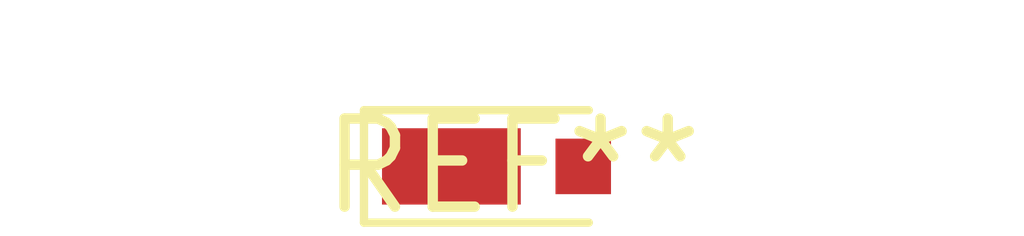
<source format=kicad_pcb>
(kicad_pcb (version 20240108) (generator pcbnew)
  (layers (0 "F.Cu" signal) (31 "B.Cu" signal) (34 "B.Paste" user) (35 "F.Paste" user) (36 "B.SilkS" user "B.Silkscreen") (37 "F.SilkS" user "F.Silkscreen") (38 "B.Mask" user) (39 "F.Mask" user) (44 "Edge.Cuts" user))
  (net 0 "")
  (footprint "D_MicroSMP_AK" (layer "F.Cu") (at 0 0)
    (property "Reference" "REF**")
    (property "Value" "D_MicroSMP_AK")
    (fp_line (start -2.14 -0.81) (end -2.14 0.81) (layer "F.SilkS") (stroke (width 0.12)))
    (fp_line (start -2.14 -0.81) (end 1.1 -0.81) (layer "F.SilkS") (stroke (width 0.12)))
    (fp_line (start -2.14 0.81) (end 1.1 0.81) (layer "F.SilkS") (stroke (width 0.12)))
    (pad "1" smd rect (at -0.88 0) (size 2 1.1) (layers "F.Cu" "F.Paste" "F.Mask"))
    (pad "2" smd rect (at 1.02 0) (size 0.8 0.8) (layers "F.Cu" "F.Paste" "F.Mask"))
  )
)
</source>
